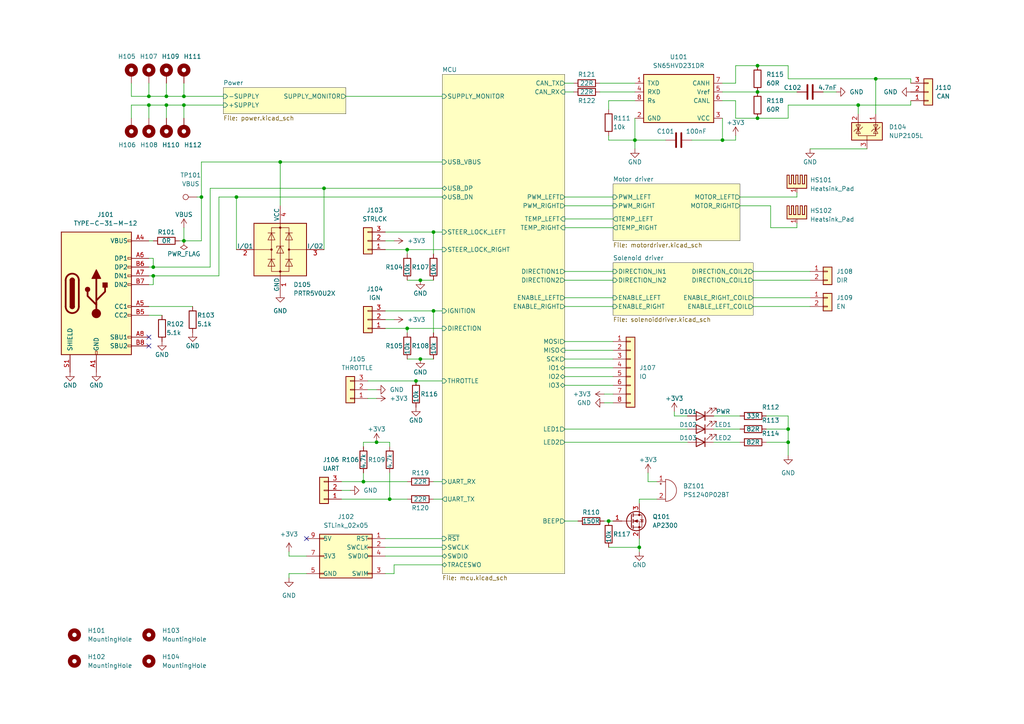
<source format=kicad_sch>
(kicad_sch (version 20210621) (generator eeschema)
  (paper "A4")
  (lib_symbols
    (symbol "Connector:TestPoint" (pin_numbers hide) (pin_names (offset 0.762) hide)
      (property "Reference" "TP" (at 0 6.858 0))
      (property "Value" "TestPoint" (at 0 5.08 0))
      (symbol "TestPoint_1_1"
        (pin passive line (at 0 0 90) (length 2.54) (name "1") (number "1"))
      )
    )
    (symbol "Connector_Generic:Conn_01x02" (pin_names (offset 1.016) hide)
      (property "Reference" "J" (at 0 2.54 0))
      (property "Value" "Conn_01x02" (at 0 -5.08 0))
      (symbol "Conn_01x02_1_1"
        (pin passive line (at -5.08 0 0) (length 3.81) (name "Pin_1") (number "1"))
        (pin passive line (at -5.08 -2.54 0) (length 3.81) (name "Pin_2") (number "2"))
      )
    )
    (symbol "Connector_Generic:Conn_01x03" (pin_names (offset 1.016) hide)
      (property "Reference" "J" (at 0 5.08 0))
      (property "Value" "Conn_01x03" (at 0 -5.08 0))
      (symbol "Conn_01x03_1_1"
        (pin passive line (at -5.08 2.54 0) (length 3.81) (name "Pin_1") (number "1"))
        (pin passive line (at -5.08 0 0) (length 3.81) (name "Pin_2") (number "2"))
        (pin passive line (at -5.08 -2.54 0) (length 3.81) (name "Pin_3") (number "3"))
      )
    )
    (symbol "Connector_Generic:Conn_01x08" (pin_names (offset 1.016) hide)
      (property "Reference" "J" (at 0 10.16 0))
      (property "Value" "Conn_01x08" (at 0 -12.7 0))
      (symbol "Conn_01x08_1_1"
        (pin passive line (at -5.08 7.62 0) (length 3.81) (name "Pin_1") (number "1"))
        (pin passive line (at -5.08 5.08 0) (length 3.81) (name "Pin_2") (number "2"))
        (pin passive line (at -5.08 2.54 0) (length 3.81) (name "Pin_3") (number "3"))
        (pin passive line (at -5.08 0 0) (length 3.81) (name "Pin_4") (number "4"))
        (pin passive line (at -5.08 -2.54 0) (length 3.81) (name "Pin_5") (number "5"))
        (pin passive line (at -5.08 -5.08 0) (length 3.81) (name "Pin_6") (number "6"))
        (pin passive line (at -5.08 -7.62 0) (length 3.81) (name "Pin_7") (number "7"))
        (pin passive line (at -5.08 -10.16 0) (length 3.81) (name "Pin_8") (number "8"))
      )
    )
    (symbol "Device:Buzzer" (pin_names (offset 0.0254) hide)
      (property "Reference" "BZ" (at 3.81 1.27 0))
      (property "Value" "Buzzer" (at 3.81 -1.27 0))
      (symbol "Buzzer_1_1"
        (pin passive line (at -2.54 2.54 0) (length 2.54) (name "-") (number "1"))
        (pin passive line (at -2.54 -2.54 0) (length 2.54) (name "+") (number "2"))
      )
    )
    (symbol "Device:C" (pin_numbers hide) (pin_names (offset 0.254))
      (property "Reference" "C" (at 0.635 2.54 0))
      (property "Value" "C" (at 0.635 -2.54 0))
      (symbol "C_1_1"
        (pin passive line (at 0 3.81 270) (length 2.794) (name "~") (number "1"))
        (pin passive line (at 0 -3.81 90) (length 2.794) (name "~") (number "2"))
      )
    )
    (symbol "Device:LED" (pin_numbers hide) (pin_names (offset 1.016) hide)
      (property "Reference" "D" (at 0 2.54 0))
      (property "Value" "LED" (at 0 -2.54 0))
      (symbol "LED_1_1"
        (pin passive line (at -3.81 0 0) (length 2.54) (name "K") (number "1"))
        (pin passive line (at 3.81 0 180) (length 2.54) (name "A") (number "2"))
      )
    )
    (symbol "Device:Q_NMOS_GSD" (pin_names (offset 0) hide)
      (property "Reference" "Q" (at 5.08 1.27 0))
      (property "Value" "Q_NMOS_GSD" (at 5.08 -1.27 0))
      (symbol "Q_NMOS_GSD_1_1"
        (pin input line (at -5.08 0 0) (length 2.54) (name "G") (number "1"))
        (pin passive line (at 2.54 -5.08 90) (length 2.54) (name "S") (number "2"))
        (pin passive line (at 2.54 5.08 270) (length 2.54) (name "D") (number "3"))
      )
    )
    (symbol "Device:R" (pin_numbers hide) (pin_names (offset 0))
      (property "Reference" "R" (at 2.032 0 90))
      (property "Value" "R" (at 0 0 90))
      (symbol "R_1_1"
        (pin passive line (at 0 3.81 270) (length 1.27) (name "~") (number "1"))
        (pin passive line (at 0 -3.81 90) (length 1.27) (name "~") (number "2"))
      )
    )
    (symbol "GozLib:SN65HVD231DR" (pin_names (offset 1.016))
      (property "Reference" "U" (at -10.16 8.89 0))
      (property "Value" "SN65HVD231DR" (at -5.08 8.89 0))
      (symbol "SN65HVD231DR_1_1"
        (pin input line (at -12.7 5.08 0) (length 2.54) (name "TXD") (number "1"))
        (pin power_in line (at -12.7 -5.08 0) (length 2.54) (name "GND") (number "2"))
        (pin power_in line (at 12.7 -5.08 180) (length 2.54) (name "VCC") (number "3"))
        (pin output line (at -12.7 2.54 0) (length 2.54) (name "RXD") (number "4"))
        (pin power_out line (at 12.7 2.54 180) (length 2.54) (name "Vref") (number "5"))
        (pin bidirectional line (at 12.7 0 180) (length 2.54) (name "CANL") (number "6"))
        (pin bidirectional line (at 12.7 5.08 180) (length 2.54) (name "CANH") (number "7"))
        (pin input line (at -12.7 0 0) (length 2.54) (name "Rs") (number "8"))
      )
    )
    (symbol "GozLib:STLink_02x05" (pin_names (offset 1.016))
      (property "Reference" "J" (at -7.62 7.62 0))
      (property "Value" "STLink_02x05" (at 1.27 7.62 0))
      (symbol "STLink_02x05_1_1"
        (pin bidirectional line (at 11.43 5.08 180) (length 3.81) (name "RST") (number "1"))
        (pin passive line (at -11.43 5.08 0) (length 3.81) hide (name "5V") (number "10"))
        (pin bidirectional line (at 11.43 2.54 180) (length 3.81) (name "SWCLK") (number "2"))
        (pin bidirectional line (at 11.43 -5.08 180) (length 3.81) (name "SWIM") (number "3"))
        (pin bidirectional line (at 11.43 0 180) (length 3.81) (name "SWDIO") (number "4"))
        (pin passive line (at -11.43 -5.08 0) (length 3.81) (name "GND") (number "5"))
        (pin passive line (at -11.43 -5.08 0) (length 3.81) hide (name "GND") (number "6"))
        (pin passive line (at -11.43 0 0) (length 3.81) (name "3V3") (number "7"))
        (pin passive line (at -11.43 0 0) (length 3.81) hide (name "3V3") (number "8"))
        (pin passive line (at -11.43 5.08 0) (length 3.81) (name "5V") (number "9"))
      )
    )
    (symbol "GozLib:TYPE-C-31-M-12" (pin_names (offset 1.016))
      (property "Reference" "J" (at -10.16 19.05 0))
      (property "Value" "TYPE-C-31-M-12" (at 13.97 19.05 0))
      (symbol "TYPE-C-31-M-12_1_1"
        (pin passive line (at 0 -22.86 90) (length 5.08) (name "GND") (number "A1"))
        (pin passive line (at 0 -22.86 90) (length 5.08) hide (name "GND") (number "A12"))
        (pin passive line (at 15.24 15.24 180) (length 5.08) (name "VBUS") (number "A4"))
        (pin bidirectional line (at 15.24 -3.81 180) (length 5.08) (name "CC1") (number "A5"))
        (pin bidirectional line (at 15.24 10.16 180) (length 5.08) (name "DP1") (number "A6"))
        (pin bidirectional line (at 15.24 5.08 180) (length 5.08) (name "DN1") (number "A7"))
        (pin bidirectional line (at 15.24 -12.7 180) (length 5.08) (name "SBU1") (number "A8"))
        (pin passive line (at 15.24 15.24 180) (length 5.08) hide (name "VBUS") (number "A9"))
        (pin passive line (at 0 -22.86 90) (length 5.08) hide (name "GND") (number "B1"))
        (pin passive line (at 0 -22.86 90) (length 5.08) hide (name "GND") (number "B12"))
        (pin passive line (at 15.24 15.24 180) (length 5.08) hide (name "VBUS") (number "B4"))
        (pin bidirectional line (at 15.24 -6.35 180) (length 5.08) (name "CC2") (number "B5"))
        (pin bidirectional line (at 15.24 7.62 180) (length 5.08) (name "DP2") (number "B6"))
        (pin bidirectional line (at 15.24 2.54 180) (length 5.08) (name "DN2") (number "B7"))
        (pin bidirectional line (at 15.24 -15.24 180) (length 5.08) (name "SBU2") (number "B8"))
        (pin passive line (at 15.24 15.24 180) (length 5.08) hide (name "VBUS") (number "B9"))
        (pin passive line (at -7.62 -22.86 90) (length 5.08) (name "SHIELD") (number "S1"))
      )
    )
    (symbol "Mechanical:Heatsink_Pad" (pin_names (offset 0))
      (property "Reference" "HS" (at 0 5.715 0))
      (property "Value" "Heatsink_Pad" (at 0 3.81 0))
      (symbol "Heatsink_Pad_1_1"
        (pin passive line (at 0 -2.54 90) (length 1.27) (name "~") (number "1"))
      )
    )
    (symbol "Mechanical:MountingHole" (pin_names (offset 1.016))
      (property "Reference" "H" (at 0 5.08 0))
      (property "Value" "MountingHole" (at 0 3.175 0))
    )
    (symbol "Mechanical:MountingHole_Pad" (pin_numbers hide) (pin_names (offset 1.016) hide)
      (property "Reference" "H" (at 0 6.35 0))
      (property "Value" "MountingHole_Pad" (at 0 4.445 0))
      (symbol "MountingHole_Pad_1_1"
        (pin input line (at 0 -2.54 90) (length 2.54) (name "1") (number "1"))
      )
    )
    (symbol "Power_Protection:NUP2105L" (pin_names hide)
      (property "Reference" "D" (at 5.715 2.54 0))
      (property "Value" "NUP2105L" (at 5.715 0.635 0))
      (symbol "NUP2105L_0_0"
        (pin passive line (at 0 -5.08 90) (length 2.54) (name "A") (number "3"))
      )
      (symbol "NUP2105L_1_1"
        (pin passive line (at -2.54 5.08 270) (length 2.54) (name "K") (number "1"))
        (pin passive line (at 2.54 5.08 270) (length 2.54) (name "K") (number "2"))
      )
    )
    (symbol "Power_Protection:PRTR5V0U2X" (pin_names (offset 0))
      (property "Reference" "D" (at 2.794 8.636 0))
      (property "Value" "PRTR5V0U2X" (at 8.128 -9.398 0))
      (symbol "PRTR5V0U2X_1_1"
        (pin passive line (at 0 -12.7 90) (length 5.08) (name "GND") (number "1"))
        (pin passive line (at -12.7 0 0) (length 5.08) (name "I/O1") (number "2"))
        (pin passive line (at 12.7 0 180) (length 5.08) (name "I/O2") (number "3"))
        (pin passive line (at 0 12.7 270) (length 5.08) (name "VCC") (number "4"))
      )
    )
    (symbol "power:+3V3" (power) (pin_names (offset 0))
      (property "Value" "+3V3" (at 0 3.556 0))
      (symbol "+3V3_1_1"
        (pin power_in line (at 0 0 90) (length 0) hide (name "+3V3") (number "1"))
      )
    )
    (symbol "power:GND" (power) (pin_names (offset 0))
      (property "Value" "GND" (at 0 -3.81 0))
      (symbol "GND_1_1"
        (pin power_in line (at 0 0 270) (length 0) hide (name "GND") (number "1"))
      )
    )
    (symbol "power:PWR_FLAG" (power) (pin_numbers hide) (pin_names (offset 0) hide)
      (property "Value" "PWR_FLAG" (at 0 3.81 0))
      (symbol "PWR_FLAG_0_0"
        (pin power_out line (at 0 0 90) (length 0) (name "pwr") (number "1"))
      )
    )
    (symbol "power:VBUS" (power) (pin_names (offset 0))
      (property "Value" "VBUS" (at 0 3.81 0))
      (symbol "VBUS_1_1"
        (pin power_in line (at 0 0 90) (length 0) hide (name "VBUS") (number "1"))
      )
    )
  )
  (junction (at 43.18 27.94) (diameter 0.9144))
  (junction (at 43.18 30.48) (diameter 0.9144))
  (junction (at 44.45 77.47) (diameter 0.9144))
  (junction (at 44.45 80.01) (diameter 0.9144))
  (junction (at 48.26 27.94) (diameter 0.9144))
  (junction (at 48.26 30.48) (diameter 0.9144))
  (junction (at 53.34 27.94) (diameter 0.9144))
  (junction (at 53.34 30.48) (diameter 0.9144))
  (junction (at 53.34 69.85) (diameter 0.9144))
  (junction (at 58.42 57.15) (diameter 0.9144))
  (junction (at 68.58 57.15) (diameter 0.9144))
  (junction (at 81.28 46.99) (diameter 0.9144))
  (junction (at 93.98 54.61) (diameter 0.9144))
  (junction (at 105.41 139.7) (diameter 0.9144))
  (junction (at 109.22 128.27) (diameter 0.9144))
  (junction (at 113.03 144.78) (diameter 0.9144))
  (junction (at 118.11 72.39) (diameter 0.9144))
  (junction (at 118.11 95.25) (diameter 0.9144))
  (junction (at 120.65 110.49) (diameter 0.9144))
  (junction (at 121.92 81.28) (diameter 0.9144))
  (junction (at 121.92 104.14) (diameter 0.9144))
  (junction (at 125.73 67.31) (diameter 0.9144))
  (junction (at 125.73 90.17) (diameter 0.9144))
  (junction (at 176.53 151.13) (diameter 0.9144))
  (junction (at 184.15 40.64) (diameter 0.9144))
  (junction (at 185.42 158.75) (diameter 0.9144))
  (junction (at 209.55 40.64) (diameter 0.9144))
  (junction (at 219.71 19.05) (diameter 0.9144))
  (junction (at 219.71 26.67) (diameter 0.9144))
  (junction (at 219.71 34.29) (diameter 0.9144))
  (junction (at 228.6 124.46) (diameter 0.9144))
  (junction (at 228.6 128.27) (diameter 0.9144))
  (junction (at 248.92 30.48) (diameter 0.9144))
  (junction (at 254 22.86) (diameter 0.9144))
  (no_connect (at 43.18 97.79))
  (no_connect (at 43.18 100.33))
  (no_connect (at 88.9 156.21))
  (wire (pts (xy 38.1 24.13) (xy 38.1 27.94)))
  (wire (pts (xy 38.1 27.94) (xy 43.18 27.94)))
  (wire (pts (xy 38.1 30.48) (xy 38.1 34.29)))
  (wire (pts (xy 38.1 30.48) (xy 43.18 30.48)))
  (wire (pts (xy 43.18 24.13) (xy 43.18 27.94)))
  (wire (pts (xy 43.18 27.94) (xy 48.26 27.94)))
  (wire (pts (xy 43.18 30.48) (xy 43.18 34.29)))
  (wire (pts (xy 43.18 30.48) (xy 48.26 30.48)))
  (wire (pts (xy 43.18 69.85) (xy 44.45 69.85)))
  (wire (pts (xy 43.18 74.93) (xy 44.45 74.93)))
  (wire (pts (xy 43.18 77.47) (xy 44.45 77.47)))
  (wire (pts (xy 43.18 80.01) (xy 44.45 80.01)))
  (wire (pts (xy 43.18 82.55) (xy 44.45 82.55)))
  (wire (pts (xy 43.18 88.9) (xy 55.88 88.9)))
  (wire (pts (xy 43.18 91.44) (xy 46.99 91.44)))
  (wire (pts (xy 44.45 74.93) (xy 44.45 77.47)))
  (wire (pts (xy 44.45 77.47) (xy 60.96 77.47)))
  (wire (pts (xy 44.45 80.01) (xy 63.5 80.01)))
  (wire (pts (xy 44.45 82.55) (xy 44.45 80.01)))
  (wire (pts (xy 48.26 24.13) (xy 48.26 27.94)))
  (wire (pts (xy 48.26 27.94) (xy 53.34 27.94)))
  (wire (pts (xy 48.26 30.48) (xy 48.26 34.29)))
  (wire (pts (xy 48.26 30.48) (xy 53.34 30.48)))
  (wire (pts (xy 52.07 69.85) (xy 53.34 69.85)))
  (wire (pts (xy 53.34 24.13) (xy 53.34 27.94)))
  (wire (pts (xy 53.34 27.94) (xy 64.77 27.94)))
  (wire (pts (xy 53.34 30.48) (xy 53.34 34.29)))
  (wire (pts (xy 53.34 30.48) (xy 64.77 30.48)))
  (wire (pts (xy 53.34 66.04) (xy 53.34 69.85)))
  (wire (pts (xy 57.15 57.15) (xy 58.42 57.15)))
  (wire (pts (xy 58.42 46.99) (xy 58.42 57.15)))
  (wire (pts (xy 58.42 46.99) (xy 81.28 46.99)))
  (wire (pts (xy 58.42 57.15) (xy 58.42 69.85)))
  (wire (pts (xy 58.42 69.85) (xy 53.34 69.85)))
  (wire (pts (xy 60.96 54.61) (xy 93.98 54.61)))
  (wire (pts (xy 60.96 77.47) (xy 60.96 54.61)))
  (wire (pts (xy 63.5 57.15) (xy 68.58 57.15)))
  (wire (pts (xy 63.5 80.01) (xy 63.5 57.15)))
  (wire (pts (xy 68.58 57.15) (xy 68.58 72.39)))
  (wire (pts (xy 68.58 57.15) (xy 128.27 57.15)))
  (wire (pts (xy 81.28 46.99) (xy 128.27 46.99)))
  (wire (pts (xy 81.28 59.69) (xy 81.28 46.99)))
  (wire (pts (xy 83.82 160.02) (xy 83.82 161.29)))
  (wire (pts (xy 83.82 161.29) (xy 88.9 161.29)))
  (wire (pts (xy 83.82 166.37) (xy 88.9 166.37)))
  (wire (pts (xy 83.82 167.64) (xy 83.82 166.37)))
  (wire (pts (xy 93.98 54.61) (xy 93.98 72.39)))
  (wire (pts (xy 93.98 54.61) (xy 128.27 54.61)))
  (wire (pts (xy 99.06 139.7) (xy 105.41 139.7)))
  (wire (pts (xy 99.06 142.24) (xy 101.6 142.24)))
  (wire (pts (xy 99.06 144.78) (xy 113.03 144.78)))
  (wire (pts (xy 100.33 27.94) (xy 128.27 27.94)))
  (wire (pts (xy 105.41 128.27) (xy 109.22 128.27)))
  (wire (pts (xy 105.41 129.54) (xy 105.41 128.27)))
  (wire (pts (xy 105.41 137.16) (xy 105.41 139.7)))
  (wire (pts (xy 105.41 139.7) (xy 118.11 139.7)))
  (wire (pts (xy 106.68 110.49) (xy 120.65 110.49)))
  (wire (pts (xy 106.68 113.03) (xy 109.22 113.03)))
  (wire (pts (xy 106.68 115.57) (xy 109.22 115.57)))
  (wire (pts (xy 109.22 128.27) (xy 113.03 128.27)))
  (wire (pts (xy 111.76 67.31) (xy 125.73 67.31)))
  (wire (pts (xy 111.76 69.85) (xy 114.3 69.85)))
  (wire (pts (xy 111.76 72.39) (xy 118.11 72.39)))
  (wire (pts (xy 111.76 90.17) (xy 125.73 90.17)))
  (wire (pts (xy 111.76 92.71) (xy 114.3 92.71)))
  (wire (pts (xy 111.76 95.25) (xy 118.11 95.25)))
  (wire (pts (xy 111.76 156.21) (xy 128.27 156.21)))
  (wire (pts (xy 111.76 158.75) (xy 128.27 158.75)))
  (wire (pts (xy 111.76 161.29) (xy 128.27 161.29)))
  (wire (pts (xy 113.03 129.54) (xy 113.03 128.27)))
  (wire (pts (xy 113.03 137.16) (xy 113.03 144.78)))
  (wire (pts (xy 113.03 144.78) (xy 118.11 144.78)))
  (wire (pts (xy 114.3 163.83) (xy 114.3 166.37)))
  (wire (pts (xy 114.3 166.37) (xy 111.76 166.37)))
  (wire (pts (xy 118.11 72.39) (xy 118.11 73.66)))
  (wire (pts (xy 118.11 72.39) (xy 128.27 72.39)))
  (wire (pts (xy 118.11 81.28) (xy 121.92 81.28)))
  (wire (pts (xy 118.11 95.25) (xy 118.11 96.52)))
  (wire (pts (xy 118.11 95.25) (xy 128.27 95.25)))
  (wire (pts (xy 118.11 104.14) (xy 121.92 104.14)))
  (wire (pts (xy 120.65 110.49) (xy 128.27 110.49)))
  (wire (pts (xy 121.92 81.28) (xy 125.73 81.28)))
  (wire (pts (xy 121.92 104.14) (xy 125.73 104.14)))
  (wire (pts (xy 125.73 67.31) (xy 125.73 73.66)))
  (wire (pts (xy 125.73 67.31) (xy 128.27 67.31)))
  (wire (pts (xy 125.73 90.17) (xy 125.73 96.52)))
  (wire (pts (xy 125.73 90.17) (xy 128.27 90.17)))
  (wire (pts (xy 125.73 139.7) (xy 128.27 139.7)))
  (wire (pts (xy 125.73 144.78) (xy 128.27 144.78)))
  (wire (pts (xy 128.27 163.83) (xy 114.3 163.83)))
  (wire (pts (xy 163.83 24.13) (xy 166.37 24.13)))
  (wire (pts (xy 163.83 26.67) (xy 166.37 26.67)))
  (wire (pts (xy 163.83 57.15) (xy 177.8 57.15)))
  (wire (pts (xy 163.83 59.69) (xy 177.8 59.69)))
  (wire (pts (xy 163.83 63.5) (xy 177.8 63.5)))
  (wire (pts (xy 163.83 66.04) (xy 177.8 66.04)))
  (wire (pts (xy 163.83 78.74) (xy 177.8 78.74)))
  (wire (pts (xy 163.83 81.28) (xy 177.8 81.28)))
  (wire (pts (xy 163.83 86.36) (xy 177.8 86.36)))
  (wire (pts (xy 163.83 88.9) (xy 177.8 88.9)))
  (wire (pts (xy 163.83 99.06) (xy 177.8 99.06)))
  (wire (pts (xy 163.83 101.6) (xy 177.8 101.6)))
  (wire (pts (xy 163.83 104.14) (xy 177.8 104.14)))
  (wire (pts (xy 163.83 106.68) (xy 177.8 106.68)))
  (wire (pts (xy 163.83 109.22) (xy 177.8 109.22)))
  (wire (pts (xy 163.83 111.76) (xy 177.8 111.76)))
  (wire (pts (xy 163.83 124.46) (xy 199.39 124.46)))
  (wire (pts (xy 163.83 128.27) (xy 199.39 128.27)))
  (wire (pts (xy 163.83 151.13) (xy 167.64 151.13)))
  (wire (pts (xy 173.99 24.13) (xy 184.15 24.13)))
  (wire (pts (xy 173.99 26.67) (xy 184.15 26.67)))
  (wire (pts (xy 175.26 114.3) (xy 177.8 114.3)))
  (wire (pts (xy 175.26 116.84) (xy 177.8 116.84)))
  (wire (pts (xy 175.26 151.13) (xy 176.53 151.13)))
  (wire (pts (xy 176.53 29.21) (xy 176.53 31.75)))
  (wire (pts (xy 176.53 39.37) (xy 176.53 40.64)))
  (wire (pts (xy 176.53 40.64) (xy 184.15 40.64)))
  (wire (pts (xy 176.53 151.13) (xy 177.8 151.13)))
  (wire (pts (xy 176.53 158.75) (xy 185.42 158.75)))
  (wire (pts (xy 184.15 29.21) (xy 176.53 29.21)))
  (wire (pts (xy 184.15 34.29) (xy 184.15 40.64)))
  (wire (pts (xy 184.15 40.64) (xy 184.15 43.18)))
  (wire (pts (xy 184.15 40.64) (xy 193.04 40.64)))
  (wire (pts (xy 185.42 144.78) (xy 190.5 144.78)))
  (wire (pts (xy 185.42 146.05) (xy 185.42 144.78)))
  (wire (pts (xy 185.42 156.21) (xy 185.42 158.75)))
  (wire (pts (xy 185.42 158.75) (xy 185.42 160.02)))
  (wire (pts (xy 187.96 137.16) (xy 187.96 139.7)))
  (wire (pts (xy 187.96 139.7) (xy 190.5 139.7)))
  (wire (pts (xy 195.58 119.38) (xy 195.58 120.65)))
  (wire (pts (xy 195.58 120.65) (xy 199.39 120.65)))
  (wire (pts (xy 200.66 40.64) (xy 209.55 40.64)))
  (wire (pts (xy 207.01 120.65) (xy 214.63 120.65)))
  (wire (pts (xy 207.01 124.46) (xy 214.63 124.46)))
  (wire (pts (xy 207.01 128.27) (xy 214.63 128.27)))
  (wire (pts (xy 209.55 24.13) (xy 213.36 24.13)))
  (wire (pts (xy 209.55 26.67) (xy 219.71 26.67)))
  (wire (pts (xy 209.55 29.21) (xy 213.36 29.21)))
  (wire (pts (xy 209.55 34.29) (xy 209.55 40.64)))
  (wire (pts (xy 209.55 40.64) (xy 213.36 40.64)))
  (wire (pts (xy 213.36 19.05) (xy 219.71 19.05)))
  (wire (pts (xy 213.36 24.13) (xy 213.36 19.05)))
  (wire (pts (xy 213.36 29.21) (xy 213.36 34.29)))
  (wire (pts (xy 213.36 34.29) (xy 219.71 34.29)))
  (wire (pts (xy 213.36 40.64) (xy 213.36 39.37)))
  (wire (pts (xy 214.63 57.15) (xy 231.14 57.15)))
  (wire (pts (xy 214.63 59.69) (xy 223.52 59.69)))
  (wire (pts (xy 218.44 78.74) (xy 234.95 78.74)))
  (wire (pts (xy 218.44 81.28) (xy 234.95 81.28)))
  (wire (pts (xy 218.44 86.36) (xy 234.95 86.36)))
  (wire (pts (xy 218.44 88.9) (xy 234.95 88.9)))
  (wire (pts (xy 219.71 19.05) (xy 228.6 19.05)))
  (wire (pts (xy 219.71 26.67) (xy 231.14 26.67)))
  (wire (pts (xy 219.71 34.29) (xy 228.6 34.29)))
  (wire (pts (xy 222.25 120.65) (xy 228.6 120.65)))
  (wire (pts (xy 222.25 124.46) (xy 228.6 124.46)))
  (wire (pts (xy 222.25 128.27) (xy 228.6 128.27)))
  (wire (pts (xy 223.52 59.69) (xy 223.52 66.04)))
  (wire (pts (xy 223.52 66.04) (xy 231.14 66.04)))
  (wire (pts (xy 228.6 19.05) (xy 228.6 22.86)))
  (wire (pts (xy 228.6 22.86) (xy 254 22.86)))
  (wire (pts (xy 228.6 30.48) (xy 248.92 30.48)))
  (wire (pts (xy 228.6 34.29) (xy 228.6 30.48)))
  (wire (pts (xy 228.6 120.65) (xy 228.6 124.46)))
  (wire (pts (xy 228.6 124.46) (xy 228.6 128.27)))
  (wire (pts (xy 228.6 128.27) (xy 228.6 132.08)))
  (wire (pts (xy 231.14 57.15) (xy 231.14 55.88)))
  (wire (pts (xy 231.14 66.04) (xy 231.14 64.77)))
  (wire (pts (xy 238.76 26.67) (xy 242.57 26.67)))
  (wire (pts (xy 248.92 30.48) (xy 248.92 33.02)))
  (wire (pts (xy 248.92 30.48) (xy 264.16 30.48)))
  (wire (pts (xy 251.46 43.18) (xy 234.95 43.18)))
  (wire (pts (xy 254 22.86) (xy 254 33.02)))
  (wire (pts (xy 254 22.86) (xy 264.16 22.86)))
  (wire (pts (xy 264.16 22.86) (xy 264.16 24.13)))
  (wire (pts (xy 264.16 30.48) (xy 264.16 29.21)))
  (symbol (lib_id "power:VBUS") (at 53.34 66.04 0) (unit 1)
    (property "Reference" "#PWR0104" (effects hide))
    (property "Value" "VBUS" (at 53.34 62.23 0))
  )
  (symbol (lib_id "power:+3V3") (at 83.82 160.02 0) (unit 1)
    (property "Reference" "#PWR0106" (effects hide))
    (property "Value" "+3V3" (at 83.82 154.94 0))
  )
  (symbol (lib_id "power:+3V3") (at 109.22 115.57 270) (unit 1)
    (property "Reference" "#PWR0111" (effects hide))
    (property "Value" "+3V3" (at 113.03 115.5699 90) (effects (justify left)))
  )
  (symbol (lib_id "power:+3V3") (at 109.22 128.27 0) (unit 1)
    (property "Reference" "#PWR0115" (effects hide))
    (property "Value" "+3V3" (at 109.22 124.46 0))
  )
  (symbol (lib_id "power:+3V3") (at 114.3 69.85 270) (unit 1)
    (property "Reference" "#PWR0108" (effects hide))
    (property "Value" "+3V3" (at 118.11 69.8499 90) (effects (justify left)))
  )
  (symbol (lib_id "power:+3V3") (at 114.3 92.71 270) (unit 1)
    (property "Reference" "#PWR0109" (effects hide))
    (property "Value" "+3V3" (at 118.11 92.7099 90) (effects (justify left)))
  )
  (symbol (lib_id "power:+3V3") (at 175.26 114.3 90) (unit 1)
    (property "Reference" "#PWR0116" (effects hide))
    (property "Value" "+3V3" (at 171.45 114.2999 90) (effects (justify left)))
  )
  (symbol (lib_id "power:+3V3") (at 187.96 137.16 0) (unit 1)
    (property "Reference" "#PWR0120" (effects hide))
    (property "Value" "+3V3" (at 187.96 133.35 0))
  )
  (symbol (lib_id "power:+3V3") (at 195.58 119.38 0) (unit 1)
    (property "Reference" "#PWR0121" (effects hide))
    (property "Value" "+3V3" (at 195.58 115.57 0))
  )
  (symbol (lib_id "power:+3V3") (at 213.36 39.37 0) (unit 1)
    (property "Reference" "#PWR0122" (effects hide))
    (property "Value" "+3V3" (at 213.36 35.56 0))
  )
  (symbol (lib_id "power:PWR_FLAG") (at 53.34 69.85 180) (unit 1)
    (property "Reference" "#FLG0101" (effects hide))
    (property "Value" "PWR_FLAG" (at 53.34 73.66 0))
  )
  (symbol (lib_id "Connector:TestPoint") (at 57.15 57.15 90) (unit 1)
    (property "Reference" "TP101" (at 55.3085 50.8 90))
    (property "Value" "VBUS" (at 55.3085 53.34 90))
    (property "Footprint" "TestPoint:TestPoint_Pad_D2.0mm" (effects hide))
  )
  (symbol (lib_id "power:GND") (at 20.32 107.95 0) (unit 1)
    (property "Reference" "#PWR0101" (effects hide))
    (property "Value" "GND" (at 20.32 111.76 0))
  )
  (symbol (lib_id "power:GND") (at 27.94 107.95 0) (unit 1)
    (property "Reference" "#PWR0102" (effects hide))
    (property "Value" "GND" (at 27.94 111.76 0))
  )
  (symbol (lib_id "power:GND") (at 46.99 99.06 0) (unit 1)
    (property "Reference" "#PWR0103" (effects hide))
    (property "Value" "GND" (at 46.99 102.87 0))
  )
  (symbol (lib_id "power:GND") (at 55.88 96.52 0) (unit 1)
    (property "Reference" "#PWR0105" (effects hide))
    (property "Value" "GND" (at 55.88 100.33 0))
  )
  (symbol (lib_id "power:GND") (at 81.28 85.09 0) (unit 1)
    (property "Reference" "#PWR0127" (effects hide))
    (property "Value" "GND" (at 81.28 90.17 0))
  )
  (symbol (lib_id "power:GND") (at 83.82 167.64 0) (unit 1)
    (property "Reference" "#PWR0107" (effects hide))
    (property "Value" "GND" (at 83.82 172.72 0))
  )
  (symbol (lib_id "power:GND") (at 101.6 142.24 90) (unit 1)
    (property "Reference" "#PWR0112" (effects hide))
    (property "Value" "GND" (at 105.41 142.2399 90) (effects (justify right)))
  )
  (symbol (lib_id "power:GND") (at 109.22 113.03 90) (unit 1)
    (property "Reference" "#PWR0110" (effects hide))
    (property "Value" "GND" (at 113.03 113.0299 90) (effects (justify right)))
  )
  (symbol (lib_id "power:GND") (at 120.65 118.11 0) (unit 1)
    (property "Reference" "#PWR0125" (effects hide))
    (property "Value" "GND" (at 120.65 121.92 0))
  )
  (symbol (lib_id "power:GND") (at 121.92 81.28 0) (unit 1)
    (property "Reference" "#PWR0113" (effects hide))
    (property "Value" "GND" (at 121.92 85.09 0))
  )
  (symbol (lib_id "power:GND") (at 121.92 104.14 0) (unit 1)
    (property "Reference" "#PWR0114" (effects hide))
    (property "Value" "GND" (at 121.92 107.95 0))
  )
  (symbol (lib_id "power:GND") (at 175.26 116.84 270) (unit 1)
    (property "Reference" "#PWR0117" (effects hide))
    (property "Value" "GND" (at 171.45 116.8399 90) (effects (justify right)))
  )
  (symbol (lib_id "power:GND") (at 184.15 43.18 0) (unit 1)
    (property "Reference" "#PWR0118" (effects hide))
    (property "Value" "GND" (at 184.15 46.99 0))
  )
  (symbol (lib_id "power:GND") (at 185.42 160.02 0) (unit 1)
    (property "Reference" "#PWR0119" (effects hide))
    (property "Value" "GND" (at 185.42 163.83 0))
  )
  (symbol (lib_id "power:GND") (at 228.6 132.08 0) (unit 1)
    (property "Reference" "#PWR0123" (effects hide))
    (property "Value" "GND" (at 228.6 137.16 0))
  )
  (symbol (lib_id "power:GND") (at 234.95 43.18 0) (unit 1)
    (property "Reference" "#PWR0126" (effects hide))
    (property "Value" "GND" (at 234.95 46.99 0))
  )
  (symbol (lib_id "power:GND") (at 242.57 26.67 90) (unit 1)
    (property "Reference" "#PWR0128" (effects hide))
    (property "Value" "GND" (at 246.38 26.6699 90) (effects (justify right)))
  )
  (symbol (lib_id "power:GND") (at 264.16 26.67 270) (unit 1)
    (property "Reference" "#PWR0124" (effects hide))
    (property "Value" "GND" (at 260.35 26.6699 90) (effects (justify right)))
  )
  (symbol (lib_id "Mechanical:MountingHole") (at 21.59 184.15 0) (unit 1) (in_bom no)
    (property "Reference" "H101" (at 25.4 182.8799 0) (effects (justify left)))
    (property "Value" "MountingHole" (at 25.4 185.4199 0) (effects (justify left)))
    (property "Footprint" "MountingHole:MountingHole_3.2mm_M3" (effects hide))
  )
  (symbol (lib_id "Mechanical:MountingHole") (at 21.59 191.77 0) (unit 1) (in_bom no)
    (property "Reference" "H102" (at 25.4 190.4999 0) (effects (justify left)))
    (property "Value" "MountingHole" (at 25.4 193.0399 0) (effects (justify left)))
    (property "Footprint" "MountingHole:MountingHole_3.2mm_M3" (effects hide))
  )
  (symbol (lib_id "Mechanical:MountingHole") (at 43.18 184.15 0) (unit 1) (in_bom no)
    (property "Reference" "H103" (at 46.99 182.8799 0) (effects (justify left)))
    (property "Value" "MountingHole" (at 46.99 185.4199 0) (effects (justify left)))
    (property "Footprint" "MountingHole:MountingHole_3.2mm_M3" (effects hide))
  )
  (symbol (lib_id "Mechanical:MountingHole") (at 43.18 191.77 0) (unit 1) (in_bom no)
    (property "Reference" "H104" (at 46.99 190.4999 0) (effects (justify left)))
    (property "Value" "MountingHole" (at 46.99 193.0399 0) (effects (justify left)))
    (property "Footprint" "MountingHole:MountingHole_3.2mm_M3" (effects hide))
  )
  (symbol (lib_id "Device:R") (at 46.99 95.25 0) (unit 1)
    (property "Reference" "R102" (at 48.26 93.9799 0) (effects (justify left)))
    (property "Value" "5.1k" (at 48.26 96.5199 0) (effects (justify left)))
    (property "Footprint" "Resistor_SMD:R_0603_1608Metric_Pad0.98x0.95mm_HandSolder" (effects hide))
  )
  (symbol (lib_id "Device:R") (at 48.26 69.85 90) (unit 1)
    (property "Reference" "R101" (at 48.26 67.31 90))
    (property "Value" "0R" (at 48.26 69.85 90))
    (property "Footprint" "Resistor_SMD:R_0603_1608Metric_Pad0.98x0.95mm_HandSolder" (effects hide))
  )
  (symbol (lib_id "Device:R") (at 55.88 92.71 0) (unit 1)
    (property "Reference" "R103" (at 57.15 91.4399 0) (effects (justify left)))
    (property "Value" "5.1k" (at 57.15 93.9799 0) (effects (justify left)))
    (property "Footprint" "Resistor_SMD:R_0603_1608Metric_Pad0.98x0.95mm_HandSolder" (effects hide))
  )
  (symbol (lib_id "Device:R") (at 105.41 133.35 0) (unit 1)
    (property "Reference" "R106" (at 99.06 133.3499 0) (effects (justify left)))
    (property "Value" "4.7k" (at 105.41 135.8899 90) (effects (justify left)))
    (property "Footprint" "Resistor_SMD:R_0603_1608Metric_Pad0.98x0.95mm_HandSolder" (effects hide))
  )
  (symbol (lib_id "Device:R") (at 113.03 133.35 0) (unit 1)
    (property "Reference" "R109" (at 106.68 133.3499 0) (effects (justify left)))
    (property "Value" "4.7k" (at 113.03 135.8899 90) (effects (justify left)))
    (property "Footprint" "Resistor_SMD:R_0603_1608Metric_Pad0.98x0.95mm_HandSolder" (effects hide))
  )
  (symbol (lib_id "Device:R") (at 118.11 77.47 0) (unit 1)
    (property "Reference" "R104" (at 111.76 77.4699 0) (effects (justify left)))
    (property "Value" "10k" (at 118.11 80.0099 90) (effects (justify left)))
    (property "Footprint" "Resistor_SMD:R_0603_1608Metric_Pad0.98x0.95mm_HandSolder" (effects hide))
  )
  (symbol (lib_id "Device:R") (at 118.11 100.33 0) (unit 1)
    (property "Reference" "R105" (at 111.76 100.3299 0) (effects (justify left)))
    (property "Value" "10k" (at 118.11 102.8699 90) (effects (justify left)))
    (property "Footprint" "Resistor_SMD:R_0603_1608Metric_Pad0.98x0.95mm_HandSolder" (effects hide))
  )
  (symbol (lib_id "Device:R") (at 120.65 114.3 0) (unit 1)
    (property "Reference" "R116" (at 121.92 114.2999 0) (effects (justify left)))
    (property "Value" "10k" (at 120.65 116.8399 90) (effects (justify left)))
    (property "Footprint" "Resistor_SMD:R_0603_1608Metric_Pad0.98x0.95mm_HandSolder" (effects hide))
  )
  (symbol (lib_id "Device:R") (at 121.92 139.7 90) (unit 1)
    (property "Reference" "R119" (at 121.92 137.16 90))
    (property "Value" "22R" (at 121.92 139.7 90))
    (property "Footprint" "Resistor_SMD:R_0603_1608Metric_Pad0.98x0.95mm_HandSolder" (effects hide))
  )
  (symbol (lib_id "Device:R") (at 121.92 144.78 270) (unit 1)
    (property "Reference" "R120" (at 121.92 147.32 90))
    (property "Value" "22R" (at 121.92 144.78 90))
    (property "Footprint" "Resistor_SMD:R_0603_1608Metric_Pad0.98x0.95mm_HandSolder" (effects hide))
  )
  (symbol (lib_id "Device:R") (at 125.73 77.47 0) (unit 1)
    (property "Reference" "R107" (at 119.38 77.4699 0) (effects (justify left)))
    (property "Value" "10k" (at 125.73 80.0099 90) (effects (justify left)))
    (property "Footprint" "Resistor_SMD:R_0603_1608Metric_Pad0.98x0.95mm_HandSolder" (effects hide))
  )
  (symbol (lib_id "Device:R") (at 125.73 100.33 0) (unit 1)
    (property "Reference" "R108" (at 119.38 100.3299 0) (effects (justify left)))
    (property "Value" "10k" (at 125.73 102.8699 90) (effects (justify left)))
    (property "Footprint" "Resistor_SMD:R_0603_1608Metric_Pad0.98x0.95mm_HandSolder" (effects hide))
  )
  (symbol (lib_id "Device:R") (at 170.18 24.13 90) (unit 1)
    (property "Reference" "R121" (at 170.18 21.59 90))
    (property "Value" "22R" (at 170.18 24.13 90))
    (property "Footprint" "Resistor_SMD:R_0603_1608Metric_Pad0.98x0.95mm_HandSolder" (effects hide))
  )
  (symbol (lib_id "Device:R") (at 170.18 26.67 270) (unit 1)
    (property "Reference" "R122" (at 170.18 29.21 90))
    (property "Value" "22R" (at 170.18 26.67 90))
    (property "Footprint" "Resistor_SMD:R_0603_1608Metric_Pad0.98x0.95mm_HandSolder" (effects hide))
  )
  (symbol (lib_id "Device:R") (at 171.45 151.13 90) (unit 1)
    (property "Reference" "R110" (at 171.45 148.59 90))
    (property "Value" "150R" (at 171.45 151.13 90))
    (property "Footprint" "Resistor_SMD:R_0603_1608Metric_Pad0.98x0.95mm_HandSolder" (effects hide))
  )
  (symbol (lib_id "Device:R") (at 176.53 35.56 0) (unit 1)
    (property "Reference" "R111" (at 177.8 34.2899 0) (effects (justify left)))
    (property "Value" "10k" (at 177.8 36.8299 0) (effects (justify left)))
    (property "Footprint" "Resistor_SMD:R_0603_1608Metric_Pad0.98x0.95mm_HandSolder" (effects hide))
  )
  (symbol (lib_id "Device:R") (at 176.53 154.94 0) (unit 1)
    (property "Reference" "R117" (at 177.8 154.9399 0) (effects (justify left)))
    (property "Value" "10k" (at 176.53 157.4799 90) (effects (justify left)))
    (property "Footprint" "Resistor_SMD:R_0603_1608Metric_Pad0.98x0.95mm_HandSolder" (effects hide))
  )
  (symbol (lib_id "Device:R") (at 218.44 120.65 90) (unit 1)
    (property "Reference" "R112" (at 223.52 118.11 90))
    (property "Value" "33R" (at 218.44 120.65 90))
    (property "Footprint" "Resistor_SMD:R_0603_1608Metric_Pad0.98x0.95mm_HandSolder" (effects hide))
  )
  (symbol (lib_id "Device:R") (at 218.44 124.46 90) (unit 1)
    (property "Reference" "R113" (at 223.52 121.92 90))
    (property "Value" "82R" (at 218.44 124.46 90))
    (property "Footprint" "Resistor_SMD:R_0603_1608Metric_Pad0.98x0.95mm_HandSolder" (effects hide))
  )
  (symbol (lib_id "Device:R") (at 218.44 128.27 90) (unit 1)
    (property "Reference" "R114" (at 223.52 125.73 90))
    (property "Value" "82R" (at 218.44 128.27 90))
    (property "Footprint" "Resistor_SMD:R_0603_1608Metric_Pad0.98x0.95mm_HandSolder" (effects hide))
  )
  (symbol (lib_id "Device:R") (at 219.71 22.86 0) (unit 1)
    (property "Reference" "R115" (at 222.25 21.5899 0) (effects (justify left)))
    (property "Value" "60R" (at 222.25 24.1299 0) (effects (justify left)))
    (property "Footprint" "Resistor_SMD:R_0603_1608Metric_Pad0.98x0.95mm_HandSolder" (effects hide))
  )
  (symbol (lib_id "Device:R") (at 219.71 30.48 0) (unit 1)
    (property "Reference" "R118" (at 222.25 29.2099 0) (effects (justify left)))
    (property "Value" "60R" (at 222.25 31.7499 0) (effects (justify left)))
    (property "Footprint" "Resistor_SMD:R_0603_1608Metric_Pad0.98x0.95mm_HandSolder" (effects hide))
  )
  (symbol (lib_id "Mechanical:MountingHole_Pad") (at 38.1 21.59 0) (unit 1) (in_bom no)
    (property "Reference" "H105" (at 39.37 16.3831 0) (effects (justify right)))
    (property "Value" "MountingHole_Pad" (effects hide))
    (property "Footprint" "MountingHole:MountingHole_4.3mm_M4_Pad" (effects hide))
  )
  (symbol (lib_id "Mechanical:MountingHole_Pad") (at 38.1 36.83 180) (unit 1) (in_bom no)
    (property "Reference" "H106" (at 34.29 42.0369 0) (effects (justify right)))
    (property "Value" "MountingHole_Pad" (effects hide))
    (property "Footprint" "MountingHole:MountingHole_4.3mm_M4_Pad" (effects hide))
  )
  (symbol (lib_id "Mechanical:MountingHole_Pad") (at 43.18 21.59 0) (unit 1) (in_bom no)
    (property "Reference" "H107" (at 45.72 16.3831 0) (effects (justify right)))
    (property "Value" "MountingHole_Pad" (effects hide))
    (property "Footprint" "MountingHole:MountingHole_4.3mm_M4_Pad" (effects hide))
  )
  (symbol (lib_id "Mechanical:MountingHole_Pad") (at 43.18 36.83 180) (unit 1) (in_bom no)
    (property "Reference" "H108" (at 40.64 42.0369 0) (effects (justify right)))
    (property "Value" "MountingHole_Pad" (effects hide))
    (property "Footprint" "MountingHole:MountingHole_4.3mm_M4_Pad" (effects hide))
  )
  (symbol (lib_id "Mechanical:MountingHole_Pad") (at 48.26 21.59 0) (unit 1) (in_bom no)
    (property "Reference" "H109" (at 52.07 16.3831 0) (effects (justify right)))
    (property "Value" "MountingHole_Pad" (effects hide))
    (property "Footprint" "MountingHole:MountingHole_4.3mm_M4_Pad" (effects hide))
  )
  (symbol (lib_id "Mechanical:MountingHole_Pad") (at 48.26 36.83 180) (unit 1) (in_bom no)
    (property "Reference" "H110" (at 46.99 42.0369 0) (effects (justify right)))
    (property "Value" "MountingHole_Pad" (effects hide))
    (property "Footprint" "MountingHole:MountingHole_4.3mm_M4_Pad" (effects hide))
  )
  (symbol (lib_id "Mechanical:MountingHole_Pad") (at 53.34 21.59 0) (unit 1) (in_bom no)
    (property "Reference" "H111" (at 58.42 16.3831 0) (effects (justify right)))
    (property "Value" "MountingHole_Pad" (effects hide))
    (property "Footprint" "MountingHole:MountingHole_4.3mm_M4_Pad" (effects hide))
  )
  (symbol (lib_id "Mechanical:MountingHole_Pad") (at 53.34 36.83 180) (unit 1) (in_bom no)
    (property "Reference" "H112" (at 53.34 42.0369 0) (effects (justify right)))
    (property "Value" "MountingHole_Pad" (effects hide))
    (property "Footprint" "MountingHole:MountingHole_4.3mm_M4_Pad" (effects hide))
  )
  (symbol (lib_id "Device:LED") (at 203.2 120.65 180) (unit 1)
    (property "Reference" "D101" (at 199.5805 119.38 0))
    (property "Value" "PWR" (at 209.7405 119.38 0))
    (property "Footprint" "LED_SMD:LED_0805_2012Metric_Pad1.15x1.40mm_HandSolder" (effects hide))
  )
  (symbol (lib_id "Device:LED") (at 203.2 124.46 180) (unit 1)
    (property "Reference" "D102" (at 199.5805 123.19 0))
    (property "Value" "LED1" (at 209.7405 123.19 0))
    (property "Footprint" "LED_SMD:LED_0805_2012Metric_Pad1.15x1.40mm_HandSolder" (effects hide))
  )
  (symbol (lib_id "Device:LED") (at 203.2 128.27 180) (unit 1)
    (property "Reference" "D103" (at 199.5805 127 0))
    (property "Value" "LED2" (at 209.7405 127 0))
    (property "Footprint" "LED_SMD:LED_0805_2012Metric_Pad1.15x1.40mm_HandSolder" (effects hide))
  )
  (symbol (lib_id "Mechanical:Heatsink_Pad") (at 231.14 53.34 0) (unit 1) (in_bom no) (on_board no)
    (property "Reference" "HS101" (at 234.95 52.1969 0) (effects (justify left)))
    (property "Value" "Heatsink_Pad" (at 234.95 54.7369 0) (effects (justify left)))
  )
  (symbol (lib_id "Mechanical:Heatsink_Pad") (at 231.14 62.23 0) (unit 1) (in_bom no) (on_board no)
    (property "Reference" "HS102" (at 234.95 61.0869 0) (effects (justify left)))
    (property "Value" "Heatsink_Pad" (at 234.95 63.6269 0) (effects (justify left)))
  )
  (symbol (lib_id "Connector_Generic:Conn_01x02") (at 240.03 78.74 0) (unit 1)
    (property "Reference" "J108" (at 242.57 78.7399 0) (effects (justify left)))
    (property "Value" "DIR" (at 242.57 81.2799 0) (effects (justify left)))
    (property "Footprint" "Connector_JST:JST_XH_B2B-XH-A_1x02_P2.50mm_Vertical" (effects hide))
  )
  (symbol (lib_id "Connector_Generic:Conn_01x02") (at 240.03 86.36 0) (unit 1)
    (property "Reference" "J109" (at 242.57 86.3599 0) (effects (justify left)))
    (property "Value" "EN" (at 242.57 88.8999 0) (effects (justify left)))
    (property "Footprint" "Connector_JST:JST_XH_B2B-XH-A_1x02_P2.50mm_Vertical" (effects hide))
  )
  (symbol (lib_id "Device:C") (at 196.85 40.64 90) (unit 1)
    (property "Reference" "C101" (at 193.04 38.1 90))
    (property "Value" "100nF" (at 201.93 38.1 90))
    (property "Footprint" "Capacitor_SMD:C_0603_1608Metric_Pad1.08x0.95mm_HandSolder" (effects hide))
  )
  (symbol (lib_id "Device:C") (at 234.95 26.67 90) (unit 1)
    (property "Reference" "C102" (at 229.87 25.4 90))
    (property "Value" "4.7nF" (at 240.03 25.4 90))
    (property "Footprint" "Capacitor_SMD:C_0603_1608Metric_Pad1.08x0.95mm_HandSolder" (effects hide))
  )
  (symbol (lib_id "Device:Buzzer") (at 193.04 142.24 0) (unit 1)
    (property "Reference" "BZ101" (at 198.12 140.9699 0) (effects (justify left)))
    (property "Value" "PS1240P02BT" (at 198.12 143.5099 0) (effects (justify left)))
    (property "Footprint" "Buzzer_Beeper:Buzzer_TDK_PS1240P02BT_D12.2mm_H6.5mm" (effects hide))
  )
  (symbol (lib_id "Connector_Generic:Conn_01x03") (at 93.98 142.24 180) (unit 1)
    (property "Reference" "J106" (at 96.012 133.35 0))
    (property "Value" "UART" (at 96.012 135.89 0))
    (property "Footprint" "Connector_PinHeader_2.54mm:PinHeader_1x03_P2.54mm_Vertical" (effects hide))
  )
  (symbol (lib_id "Connector_Generic:Conn_01x03") (at 101.6 113.03 180) (unit 1)
    (property "Reference" "J105" (at 103.632 104.14 0))
    (property "Value" "THROTTLE" (at 103.632 106.68 0))
    (property "Footprint" "Connector_JST:JST_XH_B3B-XH-A_1x03_P2.50mm_Vertical" (effects hide))
  )
  (symbol (lib_id "Connector_Generic:Conn_01x03") (at 106.68 69.85 180) (unit 1)
    (property "Reference" "J103" (at 108.712 60.96 0))
    (property "Value" "STRLCK" (at 108.712 63.5 0))
    (property "Footprint" "Connector_JST:JST_XH_B3B-XH-A_1x03_P2.50mm_Vertical" (effects hide))
  )
  (symbol (lib_id "Connector_Generic:Conn_01x03") (at 106.68 92.71 180) (unit 1)
    (property "Reference" "J104" (at 108.712 83.82 0))
    (property "Value" "IGN" (at 108.712 86.36 0))
    (property "Footprint" "Connector_JST:JST_XH_B3B-XH-A_1x03_P2.50mm_Vertical" (effects hide))
  )
  (symbol (lib_id "Connector_Generic:Conn_01x03") (at 269.24 26.67 0) (mirror x) (unit 1)
    (property "Reference" "J110" (at 273.558 25.4 0))
    (property "Value" "CAN" (at 273.558 27.94 0))
    (property "Footprint" "Connector_JST:JST_XH_B3B-XH-A_1x03_P2.50mm_Vertical" (effects hide))
  )
  (symbol (lib_id "Power_Protection:NUP2105L") (at 251.46 38.1 0) (mirror y) (unit 1)
    (property "Reference" "D104" (at 257.81 36.8299 0) (effects (justify right)))
    (property "Value" "NUP2105L" (at 257.81 39.3699 0) (effects (justify right)))
    (property "Footprint" "Package_TO_SOT_SMD:SOT-23" (effects hide))
    (property "Datasheet" "http://www.onsemi.com/pub_link/Collateral/NUP2105L-D.PDF" (effects hide))
  )
  (symbol (lib_id "Device:Q_NMOS_GSD") (at 182.88 151.13 0) (unit 1)
    (property "Reference" "Q101" (at 189.23 149.8599 0) (effects (justify left)))
    (property "Value" "AP2300" (at 189.23 152.3999 0) (effects (justify left)))
    (property "Footprint" "Package_TO_SOT_SMD:TSOT-23_HandSoldering" (effects hide))
  )
  (symbol (lib_id "Connector_Generic:Conn_01x08") (at 182.88 106.68 0) (unit 1)
    (property "Reference" "J107" (at 185.42 106.6799 0) (effects (justify left)))
    (property "Value" "IO" (at 185.42 109.2199 0) (effects (justify left)))
    (property "Footprint" "Connector_PinHeader_2.54mm:PinHeader_1x08_P2.54mm_Vertical" (effects hide))
  )
  (symbol (lib_id "GozLib:STLink_02x05") (at 100.33 161.29 0) (unit 1) (in_bom no)
    (property "Reference" "J102" (at 100.33 149.86 0))
    (property "Value" "STLink_02x05" (at 100.33 152.4 0))
    (property "Footprint" "Connector_PinHeader_2.54mm:PinHeader_2x05_P2.54mm_Vertical" (effects hide))
  )
  (symbol (lib_id "GozLib:SN65HVD231DR") (at 196.85 29.21 0) (unit 1)
    (property "Reference" "U101" (at 196.85 16.51 0))
    (property "Value" "SN65HVD231DR" (at 196.85 19.05 0))
    (property "Footprint" "Package_SO:SOIC-8_3.9x4.9mm_P1.27mm" (effects hide))
    (property "Datasheet" "https://www.ti.com/lit/ds/symlink/sn65hvd230.pdf" (effects hide))
  )
  (symbol (lib_id "Power_Protection:PRTR5V0U2X") (at 81.28 72.39 0) (unit 1)
    (property "Reference" "D105" (at 85.09 82.5499 0) (effects (justify left)))
    (property "Value" "PRTR5V0U2X" (at 85.09 85.0899 0) (effects (justify left)))
    (property "Footprint" "Package_TO_SOT_SMD:SOT-143" (effects hide))
    (property "Datasheet" "https://assets.nexperia.com/documents/data-sheet/PRTR5V0U2X.pdf" (effects hide))
  )
  (symbol (lib_id "GozLib:TYPE-C-31-M-12") (at 27.94 85.09 0) (unit 1)
    (property "Reference" "J101" (at 30.607 62.23 0))
    (property "Value" "TYPE-C-31-M-12" (at 30.607 64.77 0))
    (property "Footprint" "GozLib:USB_C_Receptacle_HRO_TYPE-C-31-M-12_Handsoldering" (effects hide))
    (property "Datasheet" "https://datasheet.lcsc.com/lcsc/2108131730_Korean-Hroparts-Elec-TYPE-C-31-M-12_C165948.pdf" (effects hide))
  )
  (sheet (at 128.27 21.59) (size 35.56 144.78) (stroke (width 0.0006) (color 0 0 0 1)) (fill (color 255 255 194 1.0000))
    (property "Sheet name" "MCU" (at 128.27 20.9543 0) (effects (justify left bottom)))
    (property "Sheet file" "mcu.kicad_sch" (at 128.27 166.8787 0) (effects (justify left top)))
    (pin "SWDIO" bidirectional (at 128.27 161.29 180))
    (pin "SWCLK" input (at 128.27 158.75 180))
    (pin "PWM_LEFT" output (at 163.83 57.15 0))
    (pin "PWM_RIGHT" output (at 163.83 59.69 0))
    (pin "SUPPLY_MONITOR" input (at 128.27 27.94 180))
    (pin "THROTTLE" input (at 128.27 110.49 180))
    (pin "TEMP_LEFT" input (at 163.83 63.5 0))
    (pin "TEMP_RIGHT" input (at 163.83 66.04 0))
    (pin "IGNITION" input (at 128.27 90.17 180))
    (pin "DIRECTION2" output (at 163.83 81.28 0))
    (pin "DIRECTION1" output (at 163.83 78.74 0))
    (pin "DIRECTION" input (at 128.27 95.25 180))
    (pin "ENABLE_LEFT" output (at 163.83 86.36 0))
    (pin "ENABLE_RIGHT" output (at 163.83 88.9 0))
    (pin "~{RST}" input (at 128.27 156.21 180))
    (pin "USB_DN" bidirectional (at 128.27 57.15 180))
    (pin "USB_DP" bidirectional (at 128.27 54.61 180))
    (pin "USB_VBUS" input (at 128.27 46.99 180))
    (pin "UART_RX" input (at 128.27 139.7 180))
    (pin "UART_TX" output (at 128.27 144.78 180))
    (pin "TRACESWO" bidirectional (at 128.27 163.83 180))
    (pin "LED1" output (at 163.83 124.46 0))
    (pin "LED2" output (at 163.83 128.27 0))
    (pin "STEER_LOCK_LEFT" input (at 128.27 67.31 180))
    (pin "STEER_LOCK_RIGHT" input (at 128.27 72.39 180))
    (pin "CAN_TX" output (at 163.83 24.13 0))
    (pin "CAN_RX" input (at 163.83 26.67 0))
    (pin "IO2" bidirectional (at 163.83 109.22 0))
    (pin "BEEP" output (at 163.83 151.13 0))
    (pin "IO1" bidirectional (at 163.83 106.68 0))
    (pin "MISO" input (at 163.83 101.6 0))
    (pin "SCK" output (at 163.83 104.14 0))
    (pin "MOSI" output (at 163.83 99.06 0))
    (pin "IO3" bidirectional (at 163.83 111.76 0))
  )
  (sheet (at 177.8 53.34) (size 36.83 16.51) (stroke (width 0.0006) (color 0 0 0 1)) (fill (color 255 255 194 1.0000))
    (property "Sheet name" "Motor driver" (at 177.8 52.7043 0) (effects (justify left bottom)))
    (property "Sheet file" "motordriver.kicad_sch" (at 177.8 70.3587 0) (effects (justify left top)))
    (pin "PWM_LEFT" input (at 177.8 57.15 180))
    (pin "PWM_RIGHT" input (at 177.8 59.69 180))
    (pin "MOTOR_LEFT" output (at 214.63 57.15 0))
    (pin "MOTOR_RIGHT" output (at 214.63 59.69 0))
    (pin "TEMP_RIGHT" output (at 177.8 66.04 180))
    (pin "TEMP_LEFT" output (at 177.8 63.5 180))
  )
  (sheet (at 64.77 25.4) (size 35.56 7.62) (stroke (width 0.0006) (color 0 0 0 1)) (fill (color 255 255 194 1.0000))
    (property "Sheet name" "Power" (at 64.77 24.7643 0) (effects (justify left bottom)))
    (property "Sheet file" "power.kicad_sch" (at 64.77 33.5287 0) (effects (justify left top)))
    (pin "-SUPPLY" input (at 64.77 27.94 180))
    (pin "+SUPPLY" input (at 64.77 30.48 180))
    (pin "SUPPLY_MONITOR" output (at 100.33 27.94 0))
  )
  (sheet (at 177.8 76.2) (size 40.64 15.24) (stroke (width 0.0006) (color 0 0 0 1)) (fill (color 255 255 194 1.0000))
    (property "Sheet name" "Solenoid driver" (at 177.8 75.5643 0) (effects (justify left bottom)))
    (property "Sheet file" "solenoiddriver.kicad_sch" (at 177.8 91.9487 0) (effects (justify left top)))
    (pin "DIRECTION_IN1" input (at 177.8 78.74 180))
    (pin "DIRECTION_COIL2" output (at 218.44 78.74 0))
    (pin "DIRECTION_IN2" input (at 177.8 81.28 180))
    (pin "DIRECTION_COIL1" output (at 218.44 81.28 0))
    (pin "ENABLE_RIGHT" input (at 177.8 88.9 180))
    (pin "ENABLE_LEFT_COIL" output (at 218.44 88.9 0))
    (pin "ENABLE_LEFT" input (at 177.8 86.36 180))
    (pin "ENABLE_RIGHT_COIL" output (at 218.44 86.36 0))
  )
)
</source>
